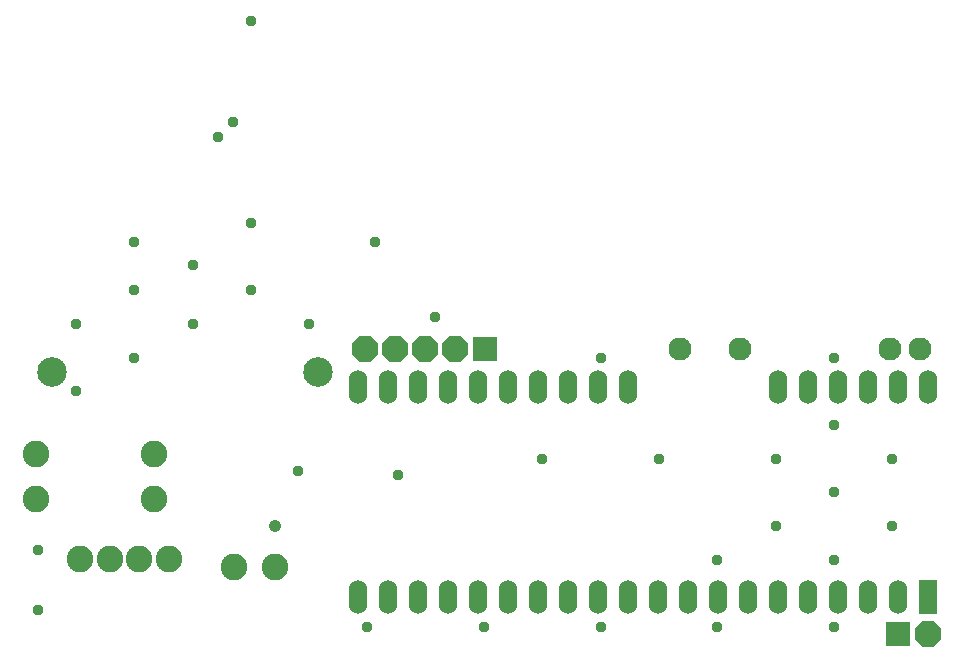
<source format=gbr>
G04 GENERATED BY PULSONIX 12.5 GERBER.DLL 9449*
G04 #@! TF.GenerationSoftware,Pulsonix,Pulsonix,12.5.9449*
G04 #@! TF.CreationDate,2024-10-09T20:32:21--1:00*
G04 #@! TF.Part,Single*
%FSLAX35Y35*%
%LPD*%
%MOMM*%
G04 #@! TF.FileFunction,Soldermask,Bot*
G04 #@! TF.FilePolarity,Negative*
G04 #@! TA.AperFunction,ViaPad*
%ADD111C,0.95400*%
%ADD112C,1.05400*%
G04 #@! TA.AperFunction,ComponentPad*
%ADD113C,2.25400*%
%ADD114C,1.95400*%
%ADD115R,2.15900X2.15900*%
%AMT116*0 Octagon pad*4,1,8,0.44714,1.07950,-0.44714,1.07950,-1.07950,0.44714,-1.07950,-0.44714,-0.44714,-1.07950,0.44714,-1.07950,1.07950,-0.44714,1.07950,0.44714,0.44714,1.07950,0*%
%ADD116T116*%
%ADD117R,1.55400X2.85400*%
%ADD118O,1.55400X2.85400*%
%ADD119C,2.50400*%
G04 #@! TD.AperFunction*
X0Y0D02*
D02*
D111*
X1148797Y2509545D03*
Y3017545D03*
X1471609Y4360295D03*
Y4930295D03*
X1965243Y4645295D03*
Y5215295D03*
Y5621045D03*
X2458877Y4930295D03*
Y5430545D03*
X2672797Y6510045D03*
X2799797Y6637045D03*
X2952511Y5215295D03*
Y5785295D03*
Y7495295D03*
X3349797Y3682670D03*
X3446145Y4930295D03*
X3939779Y2365295D03*
X4006297Y5621045D03*
X4196797Y3652545D03*
X4514297Y4986045D03*
X4927047Y2365295D03*
X5420681Y3790295D03*
X5914315Y2365295D03*
Y4645295D03*
X6407949Y3790295D03*
X6901583Y2365295D03*
Y2935295D03*
X7395217Y3220295D03*
Y3790295D03*
X7888851Y2365295D03*
Y2935295D03*
Y3505295D03*
Y4075295D03*
Y4645295D03*
X8382485Y3220295D03*
Y3790295D03*
D02*
D112*
X3159297Y3222295D03*
D02*
D113*
X1135297Y3444545D03*
Y3825545D03*
X1508297Y2936545D03*
X1758297D03*
X2008297D03*
X2135297Y3444545D03*
Y3825545D03*
X2258297Y2936545D03*
X2809297Y2873045D03*
X3159297D03*
D02*
D114*
X6588297Y4714545D03*
X7096297D03*
X8366297D03*
X8620297D03*
D02*
D115*
X4937297D03*
X8429797Y2301545D03*
D02*
D116*
X3921297Y4714545D03*
X4175297D03*
X4429297D03*
X4683297D03*
X8683797Y2301545D03*
D02*
D117*
Y2619045D03*
D02*
D118*
X3857797D03*
Y4397045D03*
X4111797Y2619045D03*
Y4397045D03*
X4365797Y2619045D03*
Y4397045D03*
X4619797Y2619045D03*
Y4397045D03*
X4873797Y2619045D03*
Y4397045D03*
X5127797Y2619045D03*
Y4397045D03*
X5381797Y2619045D03*
Y4397045D03*
X5635797Y2619045D03*
Y4397045D03*
X5889797Y2619045D03*
Y4397045D03*
X6143797Y2619045D03*
Y4397045D03*
X6397797Y2619045D03*
X6651797D03*
X6905797D03*
X7159797D03*
X7413797D03*
Y4397045D03*
X7667797Y2619045D03*
Y4397045D03*
X7921797Y2619045D03*
Y4397045D03*
X8175797Y2619045D03*
Y4397045D03*
X8429797Y2619045D03*
Y4397045D03*
X8683797D03*
D02*
D119*
X1272297Y4524045D03*
X3522297D03*
X0Y0D02*
M02*

</source>
